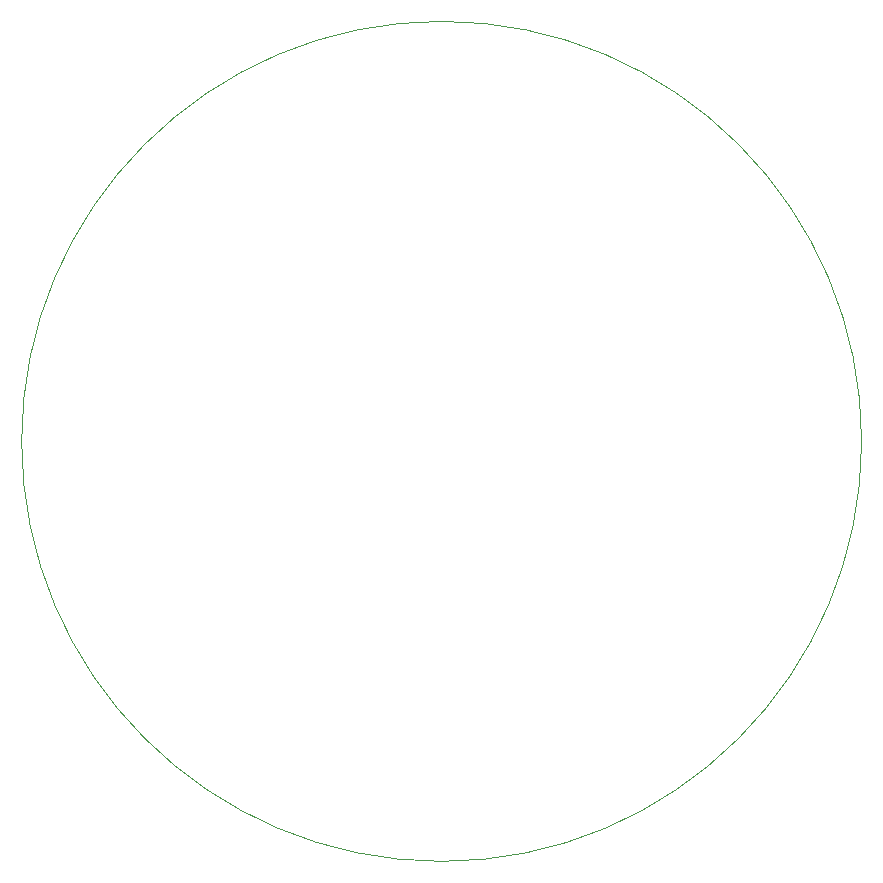
<source format=gbr>
%TF.GenerationSoftware,KiCad,Pcbnew,7.0.1*%
%TF.CreationDate,2024-05-10T16:10:15-05:00*%
%TF.ProjectId,flex_pcb_coil,666c6578-5f70-4636-925f-636f696c2e6b,rev?*%
%TF.SameCoordinates,Original*%
%TF.FileFunction,Profile,NP*%
%FSLAX46Y46*%
G04 Gerber Fmt 4.6, Leading zero omitted, Abs format (unit mm)*
G04 Created by KiCad (PCBNEW 7.0.1) date 2024-05-10 16:10:15*
%MOMM*%
%LPD*%
G01*
G04 APERTURE LIST*
%TA.AperFunction,Profile*%
%ADD10C,0.100000*%
%TD*%
G04 APERTURE END LIST*
D10*
X162560000Y-101600000D02*
G75*
G03*
X162560000Y-101600000I-35560000J0D01*
G01*
M02*

</source>
